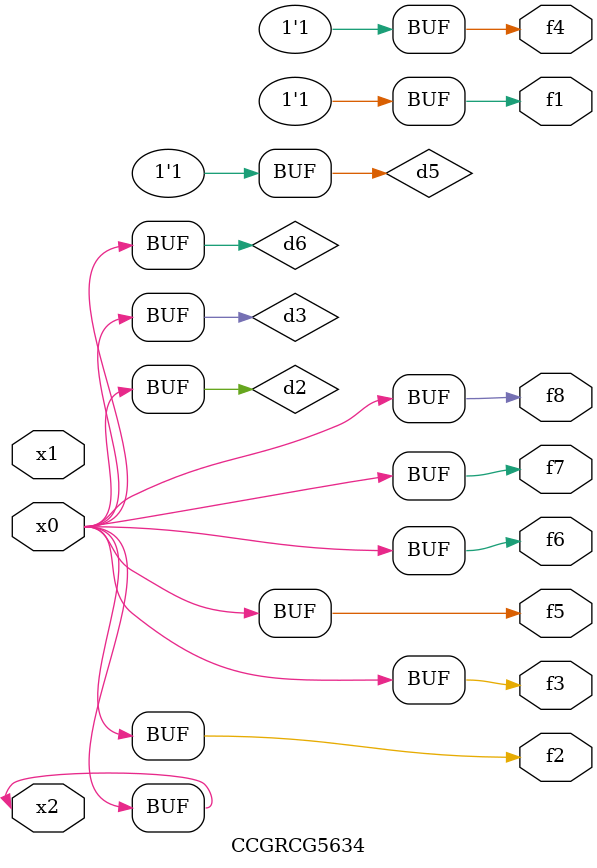
<source format=v>
module CCGRCG5634(
	input x0, x1, x2,
	output f1, f2, f3, f4, f5, f6, f7, f8
);

	wire d1, d2, d3, d4, d5, d6;

	xnor (d1, x2);
	buf (d2, x0, x2);
	and (d3, x0);
	xnor (d4, x1, x2);
	nand (d5, d1, d3);
	buf (d6, d2, d3);
	assign f1 = d5;
	assign f2 = d6;
	assign f3 = d6;
	assign f4 = d5;
	assign f5 = d6;
	assign f6 = d6;
	assign f7 = d6;
	assign f8 = d6;
endmodule

</source>
